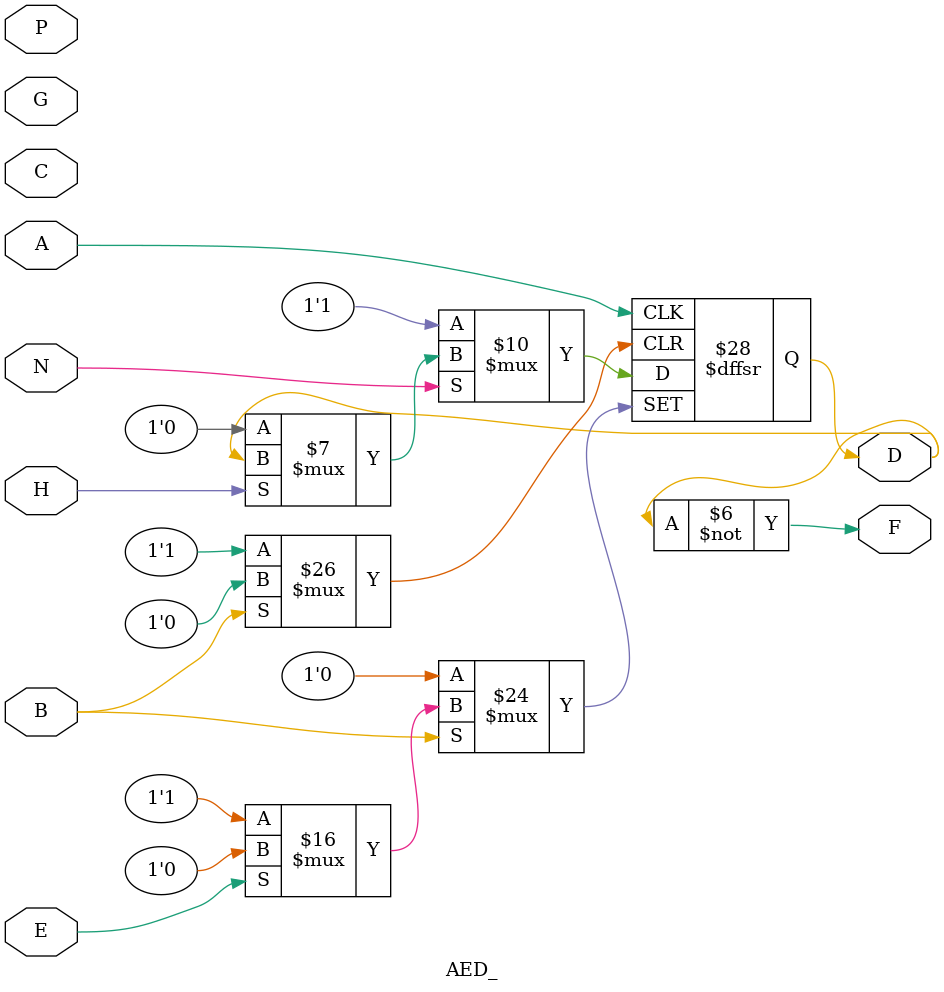
<source format=v>
module AED_ ( N, G, E, P, H, A, B, C, D, F );
//            T  U  U  U  T  U  U  U  T  T
             
  input N, G, E, P, H, A, B, C;
  output D, F;
  reg D;

  // CTDL high speed trigger: T
  // Drawing 729804, production drawing 371946

  // T3 and T5 on, T2 and T6 off
  // Pin N must be conditioned to a down level 0.58 usec. before a
  //   negative shift is applied to pin G for a up level at D and
  //   down level at F
  // To flip trigger to original state pin H and A must be conditioned
  //   as were pins N and G
  // Down input at B will reset trigger to condition 1 and down input
  //   at E will reset trigger to condition 2
  // P and C are extender inputs

  // Delay from input to output of offside (loaded)
  //   driving CTDL loads          T on    .14 min   .16 max
  //                               T off   .08 min   .35 max
  //   driving hi speed MESA       T on    .05 min   .17 max
  //                               T off   .1  min   .51 max
  // Delay from input to onside (unloaded)
  //   driving hi speed DTDL MESA  T on    .13 min   .51 max
  //                               T off   .08 min   .14 max
  //   driving DTDL loads          T on    .11 min   .38 max
  //                               T off   .08 min   .11 max

  always @(negedge A or negedge E or negedge B)
  if ( E == 0 ) begin
    D <= 1;
  end else if ( B == 0 ) begin
    D <= 0;
  end else if ( N == 0 ) begin
    D <= 1;
  end else if ( H == 0 ) begin
    D <= 0;
  end

  assign F = ~D;

endmodule

</source>
